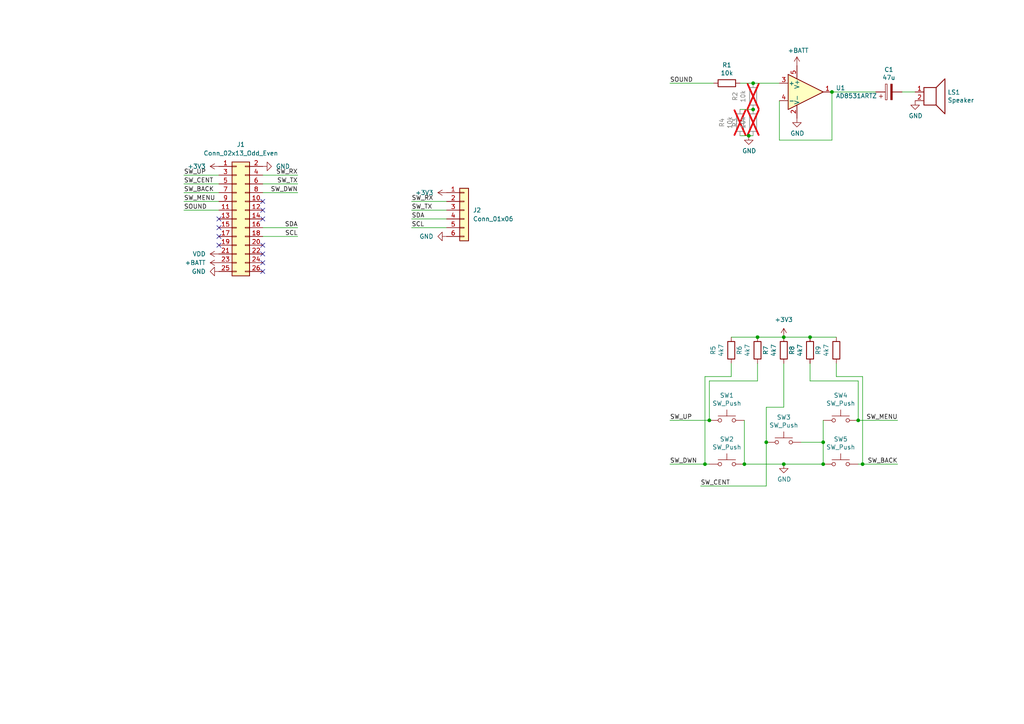
<source format=kicad_sch>
(kicad_sch (version 20230121) (generator eeschema)
  (paper "A4")
  (lib_symbols
    (symbol "+BATT_1" (power) (pin_names (offset 0))
      (property "Value" "+BATT_1" (at 0 3.556 0))
      (symbol "+BATT_1_0_1"
        (polyline (pts (xy -0.762 1.27) (xy 0 2.54)))
        (polyline (pts (xy 0 0) (xy 0 2.54)))
        (polyline (pts (xy 0 2.54) (xy 0.762 1.27)))
      )
      (symbol "+BATT_1_1_1"
        (pin power_in line (at 0 0 90) (length 0) hide (name "+BATT") (number "1"))
      )
    )
    (symbol "Amplifier_Operational:LMH6609MF" (pin_names (offset 0.127))
      (property "Reference" "U" (at -1.27 6.35 0))
      (property "Value" "LMH6609MF" (at -1.27 3.81 0))
      (symbol "LMH6609MF_0_1"
        (polyline (pts (xy -5.08 5.08) (xy 5.08 0) (xy -5.08 -5.08) (xy -5.08 5.08)) (stroke (width 0.254)) (fill (type background)))
        (pin power_in line (at -2.54 -7.62 90) (length 3.81) (name "V-") (number "2"))
        (pin power_in line (at -2.54 7.62 270) (length 3.81) (name "V+") (number "5"))
      )
      (symbol "LMH6609MF_1_1"
        (pin output line (at 7.62 0 180) (length 2.54) (name "~") (number "1"))
        (pin input line (at -7.62 2.54 0) (length 2.54) (name "+") (number "3"))
        (pin input line (at -7.62 -2.54 0) (length 2.54) (name "-") (number "4"))
      )
    )
    (symbol "Connector_Generic:Conn_01x06" (pin_names (offset 1.016) hide)
      (property "Reference" "J" (at 0 7.62 0))
      (property "Value" "Conn_01x06" (at 0 -10.16 0))
      (symbol "Conn_01x06_1_1"
        (rectangle (start -1.27 -7.493) (end 0 -7.747) (stroke (width 0.1524)))
        (rectangle (start -1.27 -4.953) (end 0 -5.207) (stroke (width 0.1524)))
        (rectangle (start -1.27 -2.413) (end 0 -2.667) (stroke (width 0.1524)))
        (rectangle (start -1.27 0.127) (end 0 -0.127) (stroke (width 0.1524)))
        (rectangle (start -1.27 2.667) (end 0 2.413) (stroke (width 0.1524)))
        (rectangle (start -1.27 5.207) (end 0 4.953) (stroke (width 0.1524)))
        (rectangle (start -1.27 6.35) (end 1.27 -8.89) (stroke (width 0.254)) (fill (type background)))
        (pin passive line (at -5.08 5.08 0) (length 3.81) (name "Pin_1") (number "1"))
        (pin passive line (at -5.08 2.54 0) (length 3.81) (name "Pin_2") (number "2"))
        (pin passive line (at -5.08 0 0) (length 3.81) (name "Pin_3") (number "3"))
        (pin passive line (at -5.08 -2.54 0) (length 3.81) (name "Pin_4") (number "4"))
        (pin passive line (at -5.08 -5.08 0) (length 3.81) (name "Pin_5") (number "5"))
        (pin passive line (at -5.08 -7.62 0) (length 3.81) (name "Pin_6") (number "6"))
      )
    )
    (symbol "Connector_Generic:Conn_02x13_Odd_Even" (pin_names (offset 1.016) hide)
      (property "Reference" "J" (at 1.27 17.78 0))
      (property "Value" "Conn_02x13_Odd_Even" (at 1.27 -17.78 0))
      (symbol "Conn_02x13_Odd_Even_1_1"
        (rectangle (start -1.27 -15.113) (end 0 -15.367) (stroke (width 0.1524)))
        (rectangle (start -1.27 -12.573) (end 0 -12.827) (stroke (width 0.1524)))
        (rectangle (start -1.27 -10.033) (end 0 -10.287) (stroke (width 0.1524)))
        (rectangle (start -1.27 -7.493) (end 0 -7.747) (stroke (width 0.1524)))
        (rectangle (start -1.27 -4.953) (end 0 -5.207) (stroke (width 0.1524)))
        (rectangle (start -1.27 -2.413) (end 0 -2.667) (stroke (width 0.1524)))
        (rectangle (start -1.27 0.127) (end 0 -0.127) (stroke (width 0.1524)))
        (rectangle (start -1.27 2.667) (end 0 2.413) (stroke (width 0.1524)))
        (rectangle (start -1.27 5.207) (end 0 4.953) (stroke (width 0.1524)))
        (rectangle (start -1.27 7.747) (end 0 7.493) (stroke (width 0.1524)))
        (rectangle (start -1.27 10.287) (end 0 10.033) (stroke (width 0.1524)))
        (rectangle (start -1.27 12.827) (end 0 12.573) (stroke (width 0.1524)))
        (rectangle (start -1.27 15.367) (end 0 15.113) (stroke (width 0.1524)))
        (rectangle (start -1.27 16.51) (end 3.81 -16.51) (stroke (width 0.254)) (fill (type background)))
        (rectangle (start 3.81 -15.113) (end 2.54 -15.367) (stroke (width 0.1524)))
        (rectangle (start 3.81 -12.573) (end 2.54 -12.827) (stroke (width 0.1524)))
        (rectangle (start 3.81 -10.033) (end 2.54 -10.287) (stroke (width 0.1524)))
        (rectangle (start 3.81 -7.493) (end 2.54 -7.747) (stroke (width 0.1524)))
        (rectangle (start 3.81 -4.953) (end 2.54 -5.207) (stroke (width 0.1524)))
        (rectangle (start 3.81 -2.413) (end 2.54 -2.667) (stroke (width 0.1524)))
        (rectangle (start 3.81 0.127) (end 2.54 -0.127) (stroke (width 0.1524)))
        (rectangle (start 3.81 2.667) (end 2.54 2.413) (stroke (width 0.1524)))
        (rectangle (start 3.81 5.207) (end 2.54 4.953) (stroke (width 0.1524)))
        (rectangle (start 3.81 7.747) (end 2.54 7.493) (stroke (width 0.1524)))
        (rectangle (start 3.81 10.287) (end 2.54 10.033) (stroke (width 0.1524)))
        (rectangle (start 3.81 12.827) (end 2.54 12.573) (stroke (width 0.1524)))
        (rectangle (start 3.81 15.367) (end 2.54 15.113) (stroke (width 0.1524)))
        (pin passive line (at -5.08 15.24 0) (length 3.81) (name "Pin_1") (number "1"))
        (pin passive line (at 7.62 5.08 180) (length 3.81) (name "Pin_10") (number "10"))
        (pin passive line (at -5.08 2.54 0) (length 3.81) (name "Pin_11") (number "11"))
        (pin passive line (at 7.62 2.54 180) (length 3.81) (name "Pin_12") (number "12"))
        (pin passive line (at -5.08 0 0) (length 3.81) (name "Pin_13") (number "13"))
        (pin passive line (at 7.62 0 180) (length 3.81) (name "Pin_14") (number "14"))
        (pin passive line (at -5.08 -2.54 0) (length 3.81) (name "Pin_15") (number "15"))
        (pin passive line (at 7.62 -2.54 180) (length 3.81) (name "Pin_16") (number "16"))
        (pin passive line (at -5.08 -5.08 0) (length 3.81) (name "Pin_17") (number "17"))
        (pin passive line (at 7.62 -5.08 180) (length 3.81) (name "Pin_18") (number "18"))
        (pin passive line (at -5.08 -7.62 0) (length 3.81) (name "Pin_19") (number "19"))
        (pin passive line (at 7.62 15.24 180) (length 3.81) (name "Pin_2") (number "2"))
        (pin passive line (at 7.62 -7.62 180) (length 3.81) (name "Pin_20") (number "20"))
        (pin passive line (at -5.08 -10.16 0) (length 3.81) (name "Pin_21") (number "21"))
        (pin passive line (at 7.62 -10.16 180) (length 3.81) (name "Pin_22") (number "22"))
        (pin passive line (at -5.08 -12.7 0) (length 3.81) (name "Pin_23") (number "23"))
        (pin passive line (at 7.62 -12.7 180) (length 3.81) (name "Pin_24") (number "24"))
        (pin passive line (at -5.08 -15.24 0) (length 3.81) (name "Pin_25") (number "25"))
        (pin passive line (at 7.62 -15.24 180) (length 3.81) (name "Pin_26") (number "26"))
        (pin passive line (at -5.08 12.7 0) (length 3.81) (name "Pin_3") (number "3"))
        (pin passive line (at 7.62 12.7 180) (length 3.81) (name "Pin_4") (number "4"))
        (pin passive line (at -5.08 10.16 0) (length 3.81) (name "Pin_5") (number "5"))
        (pin passive line (at 7.62 10.16 180) (length 3.81) (name "Pin_6") (number "6"))
        (pin passive line (at -5.08 7.62 0) (length 3.81) (name "Pin_7") (number "7"))
        (pin passive line (at 7.62 7.62 180) (length 3.81) (name "Pin_8") (number "8"))
        (pin passive line (at -5.08 5.08 0) (length 3.81) (name "Pin_9") (number "9"))
      )
    )
    (symbol "Device:CP" (pin_numbers hide) (pin_names (offset 0.254))
      (property "Reference" "C" (at 0.635 2.54 0))
      (property "Value" "Device_CP" (at 0.635 -2.54 0))
      (symbol "CP_0_1"
        (rectangle (start -2.286 0.508) (end 2.286 1.016))
        (polyline (pts (xy -1.778 2.286) (xy -0.762 2.286)))
        (polyline (pts (xy -1.27 2.794) (xy -1.27 1.778)))
        (rectangle (start 2.286 -0.508) (end -2.286 -1.016) (fill (type outline)))
      )
      (symbol "CP_1_1"
        (pin passive line (at 0 3.81 270) (length 2.794) (name "~") (number "1"))
        (pin passive line (at 0 -3.81 90) (length 2.794) (name "~") (number "2"))
      )
    )
    (symbol "Device:R" (pin_numbers hide) (pin_names (offset 0))
      (property "Reference" "R" (at 2.032 0 90))
      (property "Value" "R" (at 0 0 90))
      (symbol "R_0_1"
        (rectangle (start -1.016 -2.54) (end 1.016 2.54) (stroke (width 0.254)))
      )
      (symbol "R_1_1"
        (pin passive line (at 0 3.81 270) (length 1.27) (name "~") (number "1"))
        (pin passive line (at 0 -3.81 90) (length 1.27) (name "~") (number "2"))
      )
    )
    (symbol "Device:Speaker" (pin_names (offset 0) hide)
      (property "Reference" "LS" (at 1.27 5.715 0))
      (property "Value" "Speaker" (at 1.27 3.81 0))
      (symbol "Speaker_0_0"
        (rectangle (start -2.54 1.27) (end 1.016 -3.81) (stroke (width 0.254)))
        (polyline (pts (xy 1.016 1.27) (xy 3.556 3.81) (xy 3.556 -6.35) (xy 1.016 -3.81)) (stroke (width 0.254)))
      )
      (symbol "Speaker_1_1"
        (pin input line (at -5.08 0 0) (length 2.54) (name "1") (number "1"))
        (pin input line (at -5.08 -2.54 0) (length 2.54) (name "2") (number "2"))
      )
    )
    (symbol "GND_1" (power) (pin_names (offset 0))
      (property "Value" "GND_1" (at 0 -3.81 0))
      (symbol "GND_1_0_1"
        (polyline (pts (xy 0 0) (xy 0 -1.27) (xy 1.27 -1.27) (xy 0 -2.54) (xy -1.27 -1.27) (xy 0 -1.27)))
      )
      (symbol "GND_1_1_1"
        (pin power_in line (at 0 0 270) (length 0) hide (name "GND") (number "1"))
      )
    )
    (symbol "Switch:SW_Push" (pin_numbers hide) (pin_names (offset 1.016) hide)
      (property "Reference" "SW" (at 1.27 2.54 0))
      (property "Value" "SW_Push" (at 0 -1.524 0))
      (symbol "SW_Push_0_1"
        (circle (center -2.032 0) (radius 0.508))
        (polyline (pts (xy 0 1.27) (xy 0 3.048)))
        (polyline (pts (xy 2.54 1.27) (xy -2.54 1.27)))
        (circle (center 2.032 0) (radius 0.508))
        (pin passive line (at -5.08 0 0) (length 2.54) (name "1") (number "1"))
        (pin passive line (at 5.08 0 180) (length 2.54) (name "2") (number "2"))
      )
    )
    (symbol "power:+3V3" (power) (pin_names (offset 0))
      (property "Value" "+3V3" (at 0 3.556 0))
      (symbol "+3V3_0_1"
        (polyline (pts (xy -0.762 1.27) (xy 0 2.54)))
        (polyline (pts (xy 0 0) (xy 0 2.54)))
        (polyline (pts (xy 0 2.54) (xy 0.762 1.27)))
      )
      (symbol "+3V3_1_1"
        (pin power_in line (at 0 0 90) (length 0) hide (name "+3V3") (number "1"))
      )
    )
    (symbol "power:+BATT" (power) (pin_names (offset 0))
      (property "Value" "+BATT" (at 0 3.556 0))
      (symbol "+BATT_0_1"
        (polyline (pts (xy -0.762 1.27) (xy 0 2.54)))
        (polyline (pts (xy 0 0) (xy 0 2.54)))
        (polyline (pts (xy 0 2.54) (xy 0.762 1.27)))
      )
      (symbol "+BATT_1_1"
        (pin power_in line (at 0 0 90) (length 0) hide (name "+BATT") (number "1"))
      )
    )
    (symbol "power:GND" (power) (pin_names (offset 0))
      (property "Value" "GND" (at 0 -3.81 0))
      (symbol "GND_0_1"
        (polyline (pts (xy 0 0) (xy 0 -1.27) (xy 1.27 -1.27) (xy 0 -2.54) (xy -1.27 -1.27) (xy 0 -1.27)))
      )
      (symbol "GND_1_1"
        (pin power_in line (at 0 0 270) (length 0) hide (name "GND") (number "1"))
      )
    )
    (symbol "power:VDD" (power) (pin_names (offset 0))
      (property "Value" "VDD" (at 0 3.81 0))
      (symbol "VDD_0_1"
        (polyline (pts (xy -0.762 1.27) (xy 0 2.54)))
        (polyline (pts (xy 0 0) (xy 0 2.54)))
        (polyline (pts (xy 0 2.54) (xy 0.762 1.27)))
      )
      (symbol "VDD_1_1"
        (pin power_in line (at 0 0 90) (length 0) hide (name "VDD") (number "1"))
      )
    )
  )
  (junction (at 234.95 97.79))
  (junction (at 227.33 134.62))
  (junction (at 248.92 121.92))
  (junction (at 218.44 24.13))
  (junction (at 219.71 97.79))
  (junction (at 238.76 134.62))
  (junction (at 204.47 134.62))
  (junction (at 227.33 97.79))
  (junction (at 238.76 128.27))
  (junction (at 205.74 121.92))
  (junction (at 217.17 39.37))
  (junction (at 215.9 134.62))
  (junction (at 241.3 26.67))
  (junction (at 222.25 128.27))
  (junction (at 250.19 134.62))
  (junction (at 218.44 31.75))
  (no_connect (at 63.5 68.58))
  (no_connect (at 76.2 78.74))
  (no_connect (at 63.5 66.04))
  (no_connect (at 76.2 71.12))
  (no_connect (at 76.2 73.66))
  (no_connect (at 76.2 58.42))
  (no_connect (at 76.2 76.2))
  (no_connect (at 63.5 71.12))
  (no_connect (at 76.2 63.5))
  (no_connect (at 76.2 60.96))
  (no_connect (at 63.5 63.5))
  (wire (pts (xy 205.74 110.49) (xy 219.71 110.49)))
  (wire (pts (xy 76.2 53.34) (xy 86.36 53.34)))
  (wire (pts (xy 215.9 134.62) (xy 227.33 134.62)))
  (wire (pts (xy 53.34 60.96) (xy 63.5 60.96)))
  (wire (pts (xy 212.09 97.79) (xy 219.71 97.79)))
  (wire (pts (xy 254 26.67) (xy 241.3 26.67)))
  (wire (pts (xy 194.31 121.92) (xy 205.74 121.92)))
  (wire (pts (xy 234.95 110.49) (xy 248.92 110.49)))
  (wire (pts (xy 222.25 128.27) (xy 222.25 118.11)))
  (wire (pts (xy 219.71 110.49) (xy 219.71 105.41)))
  (wire (pts (xy 265.43 26.67) (xy 261.62 26.67)))
  (wire (pts (xy 204.47 134.62) (xy 205.74 134.62)))
  (wire (pts (xy 203.2 140.97) (xy 222.25 140.97)))
  (wire (pts (xy 248.92 110.49) (xy 248.92 121.92)))
  (wire (pts (xy 242.57 109.22) (xy 250.19 109.22)))
  (wire (pts (xy 217.17 39.37) (xy 218.44 39.37)))
  (wire (pts (xy 129.54 60.96) (xy 119.38 60.96)))
  (wire (pts (xy 232.41 128.27) (xy 238.76 128.27)))
  (wire (pts (xy 205.74 121.92) (xy 205.74 110.49)))
  (wire (pts (xy 129.54 63.5) (xy 119.38 63.5)))
  (wire (pts (xy 241.3 40.64) (xy 241.3 26.67)))
  (wire (pts (xy 234.95 97.79) (xy 242.57 97.79)))
  (wire (pts (xy 226.06 29.21) (xy 226.06 40.64)))
  (wire (pts (xy 222.25 128.27) (xy 222.25 140.97)))
  (wire (pts (xy 204.47 109.22) (xy 204.47 134.62)))
  (wire (pts (xy 222.25 118.11) (xy 227.33 118.11)))
  (wire (pts (xy 227.33 134.62) (xy 238.76 134.62)))
  (wire (pts (xy 129.54 66.04) (xy 119.38 66.04)))
  (wire (pts (xy 227.33 118.11) (xy 227.33 105.41)))
  (wire (pts (xy 214.63 31.75) (xy 218.44 31.75)))
  (wire (pts (xy 242.57 105.41) (xy 242.57 109.22)))
  (wire (pts (xy 250.19 134.62) (xy 248.92 134.62)))
  (wire (pts (xy 76.2 68.58) (xy 86.36 68.58)))
  (wire (pts (xy 53.34 55.88) (xy 63.5 55.88)))
  (wire (pts (xy 214.63 24.13) (xy 218.44 24.13)))
  (wire (pts (xy 215.9 121.92) (xy 215.9 134.62)))
  (wire (pts (xy 227.33 97.79) (xy 234.95 97.79)))
  (wire (pts (xy 76.2 50.8) (xy 86.36 50.8)))
  (wire (pts (xy 53.34 58.42) (xy 63.5 58.42)))
  (wire (pts (xy 129.54 58.42) (xy 119.38 58.42)))
  (wire (pts (xy 241.3 40.64) (xy 226.06 40.64)))
  (wire (pts (xy 194.31 134.62) (xy 204.47 134.62)))
  (wire (pts (xy 194.31 24.13) (xy 207.01 24.13)))
  (wire (pts (xy 76.2 66.04) (xy 86.36 66.04)))
  (wire (pts (xy 219.71 97.79) (xy 227.33 97.79)))
  (wire (pts (xy 63.5 53.34) (xy 53.34 53.34)))
  (wire (pts (xy 238.76 121.92) (xy 238.76 128.27)))
  (wire (pts (xy 238.76 128.27) (xy 238.76 134.62)))
  (wire (pts (xy 63.5 50.8) (xy 53.34 50.8)))
  (wire (pts (xy 212.09 109.22) (xy 204.47 109.22)))
  (wire (pts (xy 218.44 24.13) (xy 226.06 24.13)))
  (wire (pts (xy 234.95 105.41) (xy 234.95 110.49)))
  (wire (pts (xy 250.19 134.62) (xy 260.35 134.62)))
  (wire (pts (xy 212.09 105.41) (xy 212.09 109.22)))
  (wire (pts (xy 250.19 109.22) (xy 250.19 134.62)))
  (wire (pts (xy 76.2 55.88) (xy 86.36 55.88)))
  (wire (pts (xy 214.63 39.37) (xy 217.17 39.37)))
  (wire (pts (xy 248.92 121.92) (xy 260.35 121.92)))
  (label "SDA" (at 119.38 63.5 0))
  (label "SW_RX" (at 119.38 58.42 0))
  (label "SW_TX" (at 119.38 60.96 0))
  (label "SW_TX" (at 86.36 53.34 180))
  (label "SDA" (at 86.36 66.04 180))
  (label "SW_DWN" (at 194.31 134.62 0))
  (label "SW_BACK" (at 53.34 55.88 0))
  (label "SW_UP" (at 194.31 121.92 0))
  (label "SW_CENT" (at 53.34 53.34 0))
  (label "SCL" (at 119.38 66.04 0))
  (label "SW_MENU" (at 53.34 58.42 0))
  (label "SW_DWN" (at 86.36 55.88 180))
  (label "SCL" (at 86.36 68.58 180))
  (label "SOUND" (at 53.34 60.96 0))
  (label "SW_UP" (at 53.34 50.8 0))
  (label "SW_MENU" (at 260.35 121.92 180))
  (label "SW_CENT" (at 203.2 140.97 0))
  (label "SOUND" (at 194.31 24.13 0))
  (label "SW_RX" (at 86.36 50.8 180))
  (label "SW_BACK" (at 260.35 134.62 180))
  (symbol (lib_id "Device:CP") (at 257.81 26.67 90) (unit 1)
    (property "Reference" "C1" (at 257.81 20.193 90))
    (property "Value" "47u" (at 257.81 22.5044 90))
    (property "Footprint" "Capacitor_Tantalum_SMD:CP_EIA-3528-21_Kemet-B_Pad1.50x2.35mm_HandSolder" (effects hide))
  )
  (symbol (lib_id "Device:Speaker") (at 270.51 26.67 0) (unit 1)
    (property "Reference" "LS1" (at 274.828 26.7716 0) (effects (justify left)))
    (property "Value" "Speaker" (at 274.828 29.083 0) (effects (justify left)))
    (property "Footprint" "Connector_PinHeader_2.54mm:PinHeader_1x02_P2.54mm_Vertical" (effects hide))
  )
  (symbol (lib_id "Device:R") (at 210.82 24.13 270) (unit 1)
    (property "Reference" "R1" (at 210.82 18.8722 90))
    (property "Value" "10k" (at 210.82 21.1836 90))
    (property "Footprint" "Resistor_SMD:R_0805_2012Metric_Pad1.20x1.40mm_HandSolder" (effects hide))
  )
  (symbol (lib_id "Switch:SW_Push") (at 210.82 121.92 0) (unit 1)
    (property "Reference" "SW1" (at 210.82 114.681 0))
    (property "Value" "SW_Push" (at 210.82 116.9924 0))
    (property "Footprint" "Button_Switch_SMD:SW_SPST_TL3342" (effects hide))
  )
  (symbol (lib_id "Device:R") (at 218.44 35.56 0) (unit 1) (in_bom no) (dnp yes)
    (property "Reference" "R3" (at 213.1822 35.56 90))
    (property "Value" "10k" (at 215.4936 35.56 90))
    (property "Footprint" "Resistor_SMD:R_0805_2012Metric_Pad1.20x1.40mm_HandSolder" (effects hide))
  )
  (symbol (lib_id "Device:R") (at 242.57 101.6 0) (unit 1)
    (property "Reference" "R9" (at 237.3122 101.6 90))
    (property "Value" "4k7" (at 239.6236 101.6 90))
    (property "Footprint" "Resistor_SMD:R_0805_2012Metric_Pad1.20x1.40mm_HandSolder" (effects hide))
  )
  (symbol (lib_id "Switch:SW_Push") (at 227.33 128.27 0) (unit 1)
    (property "Reference" "SW3" (at 227.33 121.031 0))
    (property "Value" "SW_Push" (at 227.33 123.3424 0))
    (property "Footprint" "Button_Switch_SMD:SW_SPST_TL3342" (effects hide))
  )
  (symbol (lib_id "power:+3V3") (at 63.5 48.26 90) (unit 1)
    (property "Reference" "#PWR07" (effects hide))
    (property "Value" "+3V3" (at 59.69 48.26 90) (effects (justify left)))
  )
  (symbol (lib_id "Device:R") (at 212.09 101.6 0) (unit 1)
    (property "Reference" "R5" (at 206.8322 101.6 90))
    (property "Value" "4k7" (at 209.1436 101.6 90))
    (property "Footprint" "Resistor_SMD:R_0805_2012Metric_Pad1.20x1.40mm_HandSolder" (effects hide))
  )
  (symbol (lib_id "Amplifier_Operational:LMH6609MF") (at 233.68 26.67 0) (unit 1)
    (property "Reference" "U1" (at 242.4176 25.5016 0) (effects (justify left)))
    (property "Value" "AD8531ARTZ" (at 242.4176 27.813 0) (effects (justify left)))
    (property "Footprint" "Package_TO_SOT_SMD:SOT-23-5" (effects hide))
    (property "Datasheet" "http://www.ti.com/lit/ds/symlink/lmh6609.pdf" (effects hide))
  )
  (symbol (lib_id "Device:R") (at 234.95 101.6 0) (unit 1)
    (property "Reference" "R8" (at 229.6922 101.6 90))
    (property "Value" "4k7" (at 232.0036 101.6 90))
    (property "Footprint" "Resistor_SMD:R_0805_2012Metric_Pad1.20x1.40mm_HandSolder" (effects hide))
  )
  (symbol (lib_id "power:GND") (at 227.33 134.62 0) (unit 1)
    (property "Reference" "#PWR05" (effects hide))
    (property "Value" "GND" (at 227.457 139.0142 0))
  )
  (symbol (lib_id "Device:R") (at 219.71 101.6 0) (unit 1)
    (property "Reference" "R6" (at 214.4522 101.6 90))
    (property "Value" "4k7" (at 216.7636 101.6 90))
    (property "Footprint" "Resistor_SMD:R_0805_2012Metric_Pad1.20x1.40mm_HandSolder" (effects hide))
  )
  (symbol (lib_id "Connector_Generic:Conn_01x06") (at 134.62 60.96 0) (unit 1)
    (property "Reference" "J2" (at 137.16 60.96 0) (effects (justify left)))
    (property "Value" "Conn_01x06" (at 137.16 63.5 0) (effects (justify left)))
    (property "Footprint" "Connector_PinHeader_2.54mm:PinHeader_1x06_P2.54mm_Horizontal" (effects hide))
  )
  (symbol (lib_id "power:+BATT") (at 231.14 19.05 0) (unit 1)
    (property "Reference" "#PWR01" (effects hide))
    (property "Value" "+BATT" (at 231.521 14.6558 0))
  )
  (symbol (lib_id "Device:R") (at 227.33 101.6 0) (unit 1)
    (property "Reference" "R7" (at 222.0722 101.6 90))
    (property "Value" "4k7" (at 224.3836 101.6 90))
    (property "Footprint" "Resistor_SMD:R_0805_2012Metric_Pad1.20x1.40mm_HandSolder" (effects hide))
  )
  (symbol (lib_name "GND_1") (lib_id "power:GND") (at 76.2 48.26 90) (unit 1)
    (property "Reference" "#PWR08" (effects hide))
    (property "Value" "GND" (at 80.01 48.26 90) (effects (justify right)))
  )
  (symbol (lib_id "power:VDD") (at 63.5 73.66 90) (unit 1)
    (property "Reference" "#PWR011" (effects hide))
    (property "Value" "VDD" (at 59.69 73.66 90) (effects (justify left)))
  )
  (symbol (lib_id "Connector_Generic:Conn_02x13_Odd_Even") (at 68.58 63.5 0) (unit 1)
    (property "Reference" "J1" (at 69.85 41.91 0))
    (property "Value" "Conn_02x13_Odd_Even" (at 69.85 44.45 0))
    (property "Footprint" "Connector_PinHeader_2.54mm:PinHeader_2x13_P2.54mm_Vertical" (effects hide))
  )
  (symbol (lib_name "GND_1") (lib_id "power:GND") (at 129.54 68.58 270) (unit 1)
    (property "Reference" "#PWR012" (effects hide))
    (property "Value" "GND" (at 125.73 68.58 90) (effects (justify right)))
  )
  (symbol (lib_id "Device:R") (at 218.44 27.94 0) (unit 1) (in_bom no) (dnp yes)
    (property "Reference" "R2" (at 213.1822 27.94 90))
    (property "Value" "10k" (at 215.4936 27.94 90))
    (property "Footprint" "Resistor_SMD:R_0805_2012Metric_Pad1.20x1.40mm_HandSolder" (effects hide))
  )
  (symbol (lib_id "power:GND") (at 265.43 29.21 0) (unit 1)
    (property "Reference" "#PWR03" (effects hide))
    (property "Value" "GND" (at 265.557 33.6042 0))
  )
  (symbol (lib_name "GND_1") (lib_id "power:GND") (at 63.5 78.74 270) (unit 1)
    (property "Reference" "#PWR09" (effects hide))
    (property "Value" "GND" (at 59.69 78.74 90) (effects (justify right)))
  )
  (symbol (lib_id "Device:R") (at 214.63 35.56 0) (unit 1) (in_bom no) (dnp yes)
    (property "Reference" "R4" (at 209.3722 35.56 90))
    (property "Value" "10k" (at 211.6836 35.56 90))
    (property "Footprint" "Resistor_SMD:R_0805_2012Metric_Pad1.20x1.40mm_HandSolder" (effects hide))
  )
  (symbol (lib_id "Switch:SW_Push") (at 243.84 134.62 0) (unit 1)
    (property "Reference" "SW5" (at 243.84 127.381 0))
    (property "Value" "SW_Push" (at 243.84 129.6924 0))
    (property "Footprint" "Button_Switch_SMD:SW_SPST_TL3342" (effects hide))
  )
  (symbol (lib_id "power:GND") (at 231.14 34.29 0) (unit 1)
    (property "Reference" "#PWR02" (effects hide))
    (property "Value" "GND" (at 231.267 38.6842 0))
  )
  (symbol (lib_id "power:+3V3") (at 129.54 55.88 90) (unit 1)
    (property "Reference" "#PWR013" (effects hide))
    (property "Value" "+3V3" (at 125.73 55.88 90) (effects (justify left)))
  )
  (symbol (lib_name "+BATT_1") (lib_id "power:+BATT") (at 63.5 76.2 90) (unit 1)
    (property "Reference" "#PWR010" (effects hide))
    (property "Value" "+BATT" (at 59.69 76.2 90) (effects (justify left)))
  )
  (symbol (lib_id "Switch:SW_Push") (at 210.82 134.62 0) (unit 1)
    (property "Reference" "SW2" (at 210.82 127.381 0))
    (property "Value" "SW_Push" (at 210.82 129.6924 0))
    (property "Footprint" "Button_Switch_SMD:SW_SPST_TL3342" (effects hide))
  )
  (symbol (lib_id "power:GND") (at 217.17 39.37 0) (unit 1)
    (property "Reference" "#PWR04" (effects hide))
    (property "Value" "GND" (at 217.297 43.7642 0))
  )
  (symbol (lib_id "Switch:SW_Push") (at 243.84 121.92 0) (unit 1)
    (property "Reference" "SW4" (at 243.84 114.681 0))
    (property "Value" "SW_Push" (at 243.84 116.9924 0))
    (property "Footprint" "Button_Switch_SMD:SW_SPST_TL3342" (effects hide))
  )
  (symbol (lib_id "power:+3V3") (at 227.33 97.79 0) (unit 1)
    (property "Reference" "#PWR06" (effects hide))
    (property "Value" "+3V3" (at 227.33 92.71 0))
  )
)
</source>
